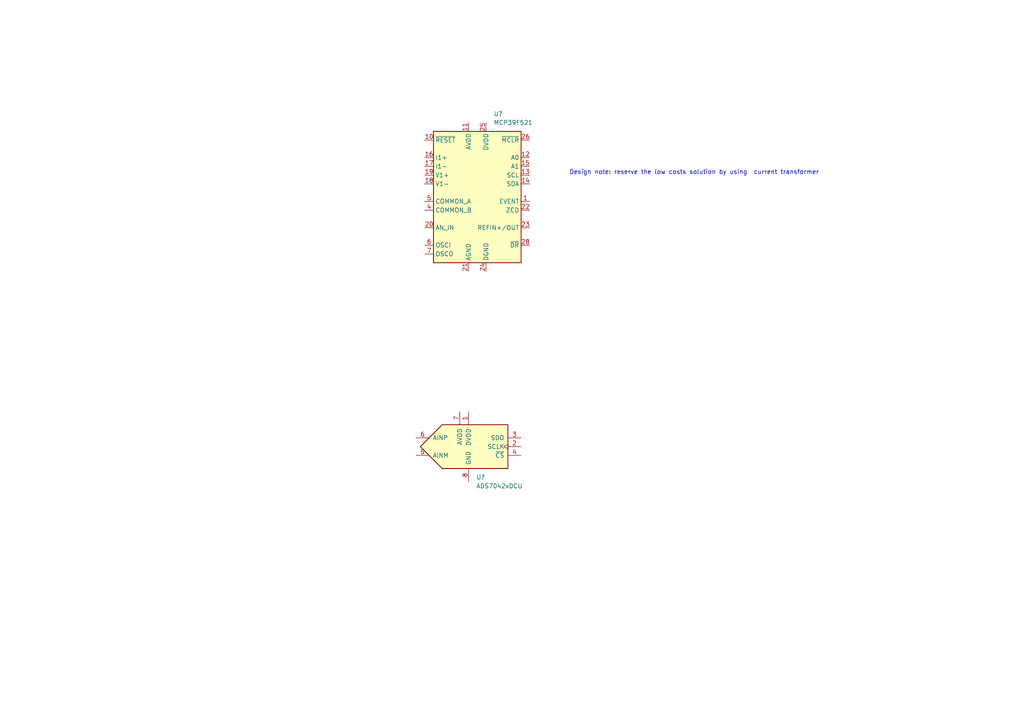
<source format=kicad_sch>
(kicad_sch (version 20230121) (generator eeschema)
  (paper "A4")
  (lib_symbols
    (symbol "Analog_ADC:ADS7042xDCU" (pin_names (offset 1.016))
      (property "Reference" "U" (at -7.62 -7.62 0))
      (property "Value" "ADS7042xDCU" (at 2.54 -7.62 0))
      (symbol "ADS7042xDCU_0_1"
        (polyline (pts (xy -13.97 0) (xy -7.62 6.35) (xy 11.43 6.35) (xy 11.43 -6.35) (xy -7.62 -6.35) (xy -13.97 0)) (stroke (width 0.254)) (fill (type background)))
      )
      (symbol "ADS7042xDCU_1_1"
        (pin power_in line (at 0 10.16 270) (length 3.81) (name "DVDD") (number "1"))
        (pin input clock (at 15.24 0 180) (length 3.81) (name "SCLK") (number "2"))
        (pin output line (at 15.24 2.54 180) (length 3.81) (name "SDO") (number "3"))
        (pin input line (at 15.24 -2.54 180) (length 3.81) (name "~{CS}") (number "4"))
        (pin input line (at -15.24 -2.54 0) (length 3.81) (name "AINM") (number "5"))
        (pin input line (at -15.24 2.54 0) (length 3.81) (name "AINP") (number "6"))
        (pin power_in line (at -2.54 10.16 270) (length 3.81) (name "AVDD") (number "7"))
        (pin power_in line (at 0 -10.16 90) (length 3.81) (name "GND") (number "8"))
      )
    )
    (symbol "Sensor_Energy:MCP39F521"
      (property "Reference" "U" (at -11.43 19.05 0))
      (property "Value" "MCP39F521" (at 8.89 19.05 0))
      (symbol "MCP39F521_0_1"
        (rectangle (start -12.7 17.78) (end 12.7 -20.32) (stroke (width 0.254)) (fill (type background)))
      )
      (symbol "MCP39F521_1_1"
        (pin output line (at 15.24 -2.54 180) (length 2.54) (name "EVENT") (number "1"))
        (pin input line (at -15.24 15.24 0) (length 2.54) (name "~{RESET}") (number "10"))
        (pin power_in line (at -2.54 20.32 270) (length 2.54) (name "AVDD") (number "11"))
        (pin input line (at 15.24 10.16 180) (length 2.54) (name "A0") (number "12"))
        (pin input line (at 15.24 5.08 180) (length 2.54) (name "SCL") (number "13"))
        (pin bidirectional line (at 15.24 2.54 180) (length 2.54) (name "SDA") (number "14"))
        (pin input line (at 15.24 7.62 180) (length 2.54) (name "A1") (number "15"))
        (pin input line (at -15.24 10.16 0) (length 2.54) (name "I1+") (number "16"))
        (pin input line (at -15.24 7.62 0) (length 2.54) (name "I1-") (number "17"))
        (pin input line (at -15.24 2.54 0) (length 2.54) (name "V1-") (number "18"))
        (pin input line (at -15.24 5.08 0) (length 2.54) (name "V1+") (number "19"))
        (pin no_connect line (at -12.7 12.7 0) (length 2.54) hide (name "NC") (number "2"))
        (pin input line (at -15.24 -10.16 0) (length 2.54) (name "AN_IN") (number "20"))
        (pin power_in line (at -2.54 -22.86 90) (length 2.54) (name "AGND") (number "21"))
        (pin output line (at 15.24 -5.08 180) (length 2.54) (name "ZCD") (number "22"))
        (pin bidirectional line (at 15.24 -10.16 180) (length 2.54) (name "REFIN+/OUT") (number "23"))
        (pin power_in line (at 2.54 -22.86 90) (length 2.54) (name "DGND") (number "24"))
        (pin power_in line (at 2.54 20.32 270) (length 2.54) (name "DVDD") (number "25"))
        (pin input line (at 15.24 15.24 180) (length 2.54) (name "~{MCLR}") (number "26"))
        (pin passive line (at 2.54 -22.86 90) (length 2.54) hide (name "DGND") (number "27"))
        (pin output line (at 15.24 -15.24 180) (length 2.54) (name "~{DR}") (number "28"))
        (pin passive line (at 2.54 -22.86 90) (length 2.54) hide (name "DGND") (number "29"))
        (pin no_connect line (at -12.7 0 0) (length 2.54) hide (name "NC") (number "3"))
        (pin passive line (at -15.24 -5.08 0) (length 2.54) (name "COMMON_B") (number "4"))
        (pin passive line (at -15.24 -2.54 0) (length 2.54) (name "COMMON_A") (number "5"))
        (pin input line (at -15.24 -15.24 0) (length 2.54) (name "OSCI") (number "6"))
        (pin passive line (at -15.24 -17.78 0) (length 2.54) (name "OSCO") (number "7"))
        (pin no_connect line (at 12.7 12.7 180) (length 2.54) hide (name "NC") (number "8"))
        (pin no_connect line (at 12.7 0 180) (length 2.54) hide (name "NC") (number "9"))
      )
    )
  )
  (text "Design note: reserve the low costs solution by using  current transformer" (at 165.1 50.8 0) (effects (font (size 1.27 1.27)) (justify left bottom)))
  (symbol (lib_id "Analog_ADC:ADS7042xDCU") (at 135.89 129.54 0) (unit 1)
    (property "Reference" "U?" (at 138.0841 138.43 0) (effects (justify left)))
    (property "Value" "ADS7042xDCU" (at 138.0841 140.97 0) (effects (justify left)))
    (property "Footprint" "Package_SO:VSSOP-8_2.3x2mm_P0.5mm" (effects hide))
    (property "Datasheet" "http://www.ti.com/lit/ds/symlink/ads7042.pdf" (effects hide))
  )
  (symbol (lib_id "Sensor_Energy:MCP39F521") (at 138.43 55.88 0) (unit 1)
    (property "Reference" "U?" (at 143.1641 33.02 0) (effects (justify left)))
    (property "Value" "MCP39F521" (at 143.1641 35.56 0) (effects (justify left)))
    (property "Footprint" "Package_DFN_QFN:QFN-28-1EP_5x5mm_P0.5mm_EP3.35x3.35mm" (effects hide))
    (property "Datasheet" "http://ww1.microchip.com/downloads/en/DeviceDoc/20005442A.pdf" (effects hide))
  )
)
</source>
